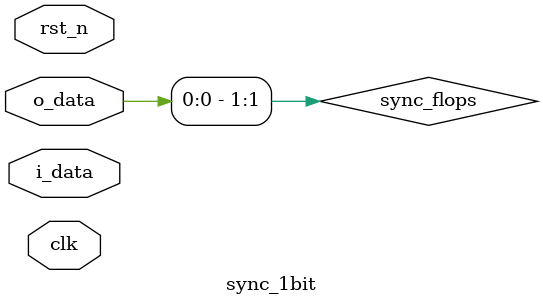
<source format=v>


//--------------------------------------------------------------------------
// Include File
//--------------------------------------------------------------------------

//--------------------------------------------------------------------------
// Module
//--------------------------------------------------------------------------
module sync_1bit #(
    parameter N_STATES = 2      // MUST BE >= 2   
)
//--------------------------------------------------------------------------
// Ports
//--------------------------------------------------------------------------
(
    // inputs
    input wire        clk,
    input wire        rst_n,
    input wire        i_data,

    // outputs
    input wire        o_data
);

//--------------------------------------------------------------------------
// Design: internal signal 
//--------------------------------------------------------------------------
reg [N_STATES-1:0] sync_flops;

//--------------------------------------------------------------------------
// Design: filp-flop sync logic 
//--------------------------------------------------------------------------
always @(posedge clk or negedge rst_n) begin
    if (!rst_n) begin
        sync_flops <= {N_STATES{1'b0}};
    end else begin
        sync_flops <= {sync_flops[N_STATES-2:0], i_data};
    end 
end

//--------------------------------------------------------------------------
// Design: sync output logic 
//--------------------------------------------------------------------------
assign o_data = sync_flops[N_STATES-1];

endmodule
//--------------------------------------------------------------------------

</source>
